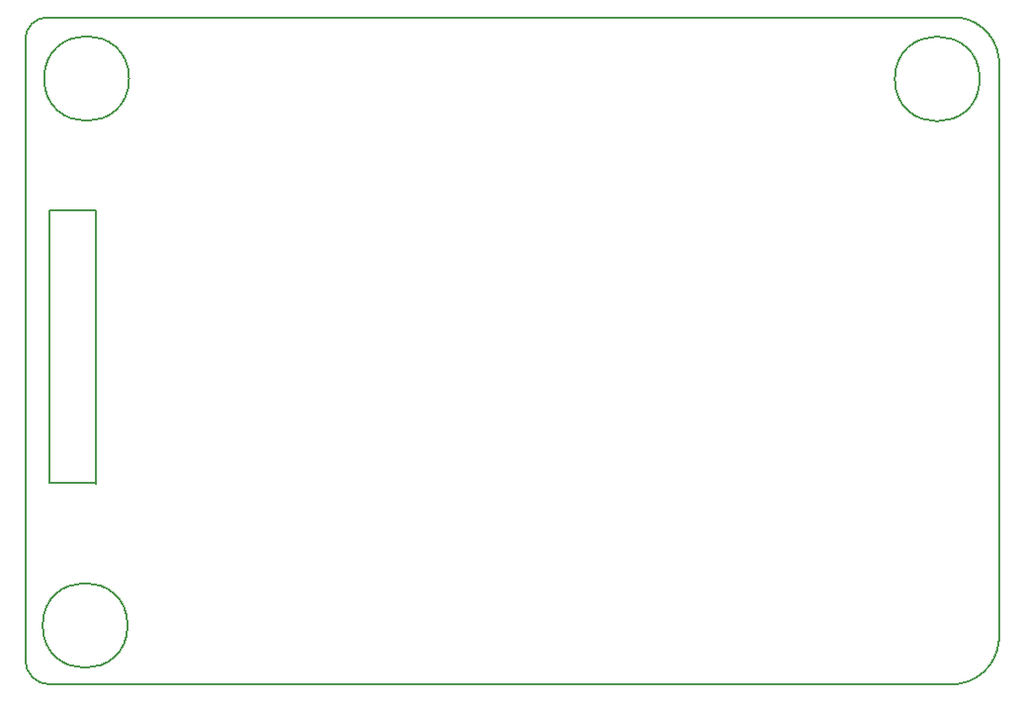
<source format=gm1>
G04 #@! TF.FileFunction,Profile,NP*
%FSLAX46Y46*%
G04 Gerber Fmt 4.6, Leading zero omitted, Abs format (unit mm)*
G04 Created by KiCad (PCBNEW 4.0.6) date Wed Aug 30 21:06:07 2017*
%MOMM*%
%LPD*%
G01*
G04 APERTURE LIST*
%ADD10C,0.100000*%
%ADD11C,0.152400*%
G04 APERTURE END LIST*
D10*
D11*
X143728120Y-89316160D02*
X143948120Y-89316160D01*
X133028120Y-32126160D02*
X144008120Y-32126160D01*
X132588120Y-89326160D02*
X143768120Y-89326160D01*
X146528450Y-37410160D02*
G75*
G03X146528450Y-37410160I-3635330J0D01*
G01*
X148168120Y-35660160D02*
X148168120Y-35810160D01*
X148168120Y-85610160D02*
X148168120Y-35810160D01*
X66817240Y-89329260D02*
X133050280Y-89329260D01*
X68038980Y-32125920D02*
X133075680Y-32125920D01*
X69392800Y-72059800D02*
X70810120Y-72059800D01*
X69311520Y-48681640D02*
X70812660Y-48681640D01*
X73658450Y-37376160D02*
G75*
G03X73658450Y-37376160I-3635330J0D01*
G01*
X73533450Y-84276160D02*
G75*
G03X73533450Y-84276160I-3635330J0D01*
G01*
X64773120Y-34001160D02*
X64773120Y-87176160D01*
X66748120Y-32126160D02*
X68198120Y-32126160D01*
X66698120Y-32126160D02*
G75*
G03X64773120Y-34001160I-25000J-1900000D01*
G01*
X64773120Y-87226160D02*
G75*
G03X66823120Y-89326160I2075000J-25000D01*
G01*
X143917420Y-89309600D02*
G75*
G03X148167420Y-85559600I250000J4000000D01*
G01*
X148166420Y-35676020D02*
G75*
G03X143896420Y-32126020I-3910000J-360000D01*
G01*
X66846120Y-72050160D02*
X69386120Y-72050160D01*
X66846120Y-48682160D02*
X66846120Y-72050160D01*
X69386120Y-48682160D02*
X66846120Y-48682160D01*
X70808520Y-72131440D02*
X70808520Y-48763440D01*
M02*

</source>
